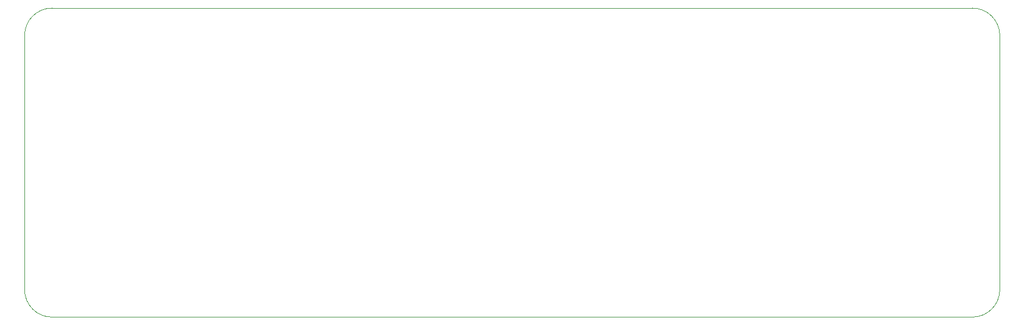
<source format=gbr>
%TF.GenerationSoftware,KiCad,Pcbnew,8.0.8*%
%TF.CreationDate,2025-01-18T19:00:12-08:00*%
%TF.ProjectId,Power_PCB,506f7765-725f-4504-9342-2e6b69636164,rev?*%
%TF.SameCoordinates,Original*%
%TF.FileFunction,Profile,NP*%
%FSLAX46Y46*%
G04 Gerber Fmt 4.6, Leading zero omitted, Abs format (unit mm)*
G04 Created by KiCad (PCBNEW 8.0.8) date 2025-01-18 19:00:12*
%MOMM*%
%LPD*%
G01*
G04 APERTURE LIST*
%TA.AperFunction,Profile*%
%ADD10C,0.050000*%
%TD*%
G04 APERTURE END LIST*
D10*
X32000000Y-82500000D02*
G75*
G02*
X28000000Y-78500000I0J4000000D01*
G01*
X166000000Y-37500000D02*
G75*
G02*
X170000000Y-41500000I0J-4000000D01*
G01*
X28000000Y-41500000D02*
X28000000Y-78500000D01*
X170000000Y-78500000D02*
X170000000Y-41500000D01*
X170000000Y-78500000D02*
G75*
G02*
X166000000Y-82500000I-4000000J0D01*
G01*
X166000000Y-37500000D02*
X32000000Y-37500000D01*
X28000000Y-41500000D02*
G75*
G02*
X32000000Y-37500000I4000000J0D01*
G01*
X32000000Y-82500000D02*
X166000000Y-82500000D01*
M02*

</source>
